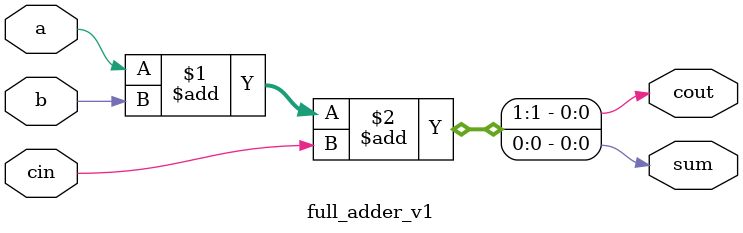
<source format=v>
module full_adder_v1(a,b,cin,sum,cout);

  input a,b,cin;
  output sum,cout;
  // No es necesario instanciar el a*b+axorb*cin, se encarga 
  // de derivar el acarreo el propio verilog.
  assign {cout,sum} = a + b + cin; 

endmodule
</source>
